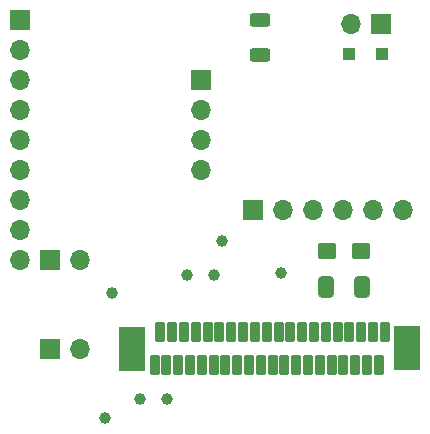
<source format=gbr>
%TF.GenerationSoftware,KiCad,Pcbnew,9.0.0*%
%TF.CreationDate,2025-05-12T14:44:43+01:00*%
%TF.ProjectId,KiCAD_uPicomac3_2,4b694341-445f-4755-9069-636f6d616333,rev?*%
%TF.SameCoordinates,Original*%
%TF.FileFunction,Soldermask,Top*%
%TF.FilePolarity,Negative*%
%FSLAX46Y46*%
G04 Gerber Fmt 4.6, Leading zero omitted, Abs format (unit mm)*
G04 Created by KiCad (PCBNEW 9.0.0) date 2025-05-12 14:44:43*
%MOMM*%
%LPD*%
G01*
G04 APERTURE LIST*
G04 Aperture macros list*
%AMRoundRect*
0 Rectangle with rounded corners*
0 $1 Rounding radius*
0 $2 $3 $4 $5 $6 $7 $8 $9 X,Y pos of 4 corners*
0 Add a 4 corners polygon primitive as box body*
4,1,4,$2,$3,$4,$5,$6,$7,$8,$9,$2,$3,0*
0 Add four circle primitives for the rounded corners*
1,1,$1+$1,$2,$3*
1,1,$1+$1,$4,$5*
1,1,$1+$1,$6,$7*
1,1,$1+$1,$8,$9*
0 Add four rect primitives between the rounded corners*
20,1,$1+$1,$2,$3,$4,$5,0*
20,1,$1+$1,$4,$5,$6,$7,0*
20,1,$1+$1,$6,$7,$8,$9,0*
20,1,$1+$1,$8,$9,$2,$3,0*%
G04 Aperture macros list end*
%ADD10RoundRect,0.102000X0.300000X0.750000X-0.300000X0.750000X-0.300000X-0.750000X0.300000X-0.750000X0*%
%ADD11RoundRect,0.102000X1.000000X1.800000X-1.000000X1.800000X-1.000000X-1.800000X1.000000X-1.800000X0*%
%ADD12C,1.000000*%
%ADD13R,1.700000X1.700000*%
%ADD14O,1.700000X1.700000*%
%ADD15RoundRect,0.250000X-0.537500X-0.425000X0.537500X-0.425000X0.537500X0.425000X-0.537500X0.425000X0*%
%ADD16RoundRect,0.250000X-0.412500X-0.650000X0.412500X-0.650000X0.412500X0.650000X-0.412500X0.650000X0*%
%ADD17RoundRect,0.250000X-0.300000X-0.300000X0.300000X-0.300000X0.300000X0.300000X-0.300000X0.300000X0*%
%ADD18RoundRect,0.250000X-0.625000X0.312500X-0.625000X-0.312500X0.625000X-0.312500X0.625000X0.312500X0*%
G04 APERTURE END LIST*
D10*
%TO.C,J1*%
X114104258Y-80011131D03*
X114604258Y-77211131D03*
X115104258Y-80011131D03*
X115604258Y-77211131D03*
X116104258Y-80011131D03*
X116604258Y-77211131D03*
X117104258Y-80011131D03*
X117604258Y-77211131D03*
X118104258Y-80011131D03*
X118604258Y-77211131D03*
X119104258Y-80011131D03*
X119604258Y-77211131D03*
X120104258Y-80011131D03*
X120604258Y-77211131D03*
X121104258Y-80011131D03*
X121604258Y-77211131D03*
X122104258Y-80011131D03*
X122604258Y-77211131D03*
X123104258Y-80011131D03*
X123604258Y-77211131D03*
X124104258Y-80011131D03*
X124604258Y-77211131D03*
X125104258Y-80011131D03*
X125604258Y-77211131D03*
X126104258Y-80011131D03*
X126604258Y-77211131D03*
X127104258Y-80011131D03*
X127604258Y-77211131D03*
X128104258Y-80011131D03*
X128604258Y-77211131D03*
X129104258Y-80011131D03*
X129604258Y-77211131D03*
X130104258Y-80011131D03*
X130604258Y-77211131D03*
X131104258Y-80011131D03*
X131604258Y-77211131D03*
X132104258Y-80011131D03*
X132604258Y-77211131D03*
X133104258Y-80011131D03*
X133604258Y-77211131D03*
D11*
X112226408Y-78614928D03*
X135456886Y-78610777D03*
%TD*%
D12*
%TO.C,tp1*%
X109940888Y-84474133D03*
%TD*%
D13*
%TO.C,J6*%
X118005000Y-55890000D03*
D14*
X118005000Y-58430000D03*
X118005000Y-60970000D03*
X118005000Y-63510000D03*
%TD*%
D15*
%TO.C,C1*%
X128705779Y-70325603D03*
X131580779Y-70325603D03*
%TD*%
D16*
%TO.C,C2*%
X128585779Y-73440603D03*
X131710779Y-73440603D03*
%TD*%
D12*
%TO.C,tp6*%
X116880370Y-72385168D03*
%TD*%
D13*
%TO.C,J2*%
X122416803Y-66904054D03*
D14*
X124956803Y-66904054D03*
X127496803Y-66904054D03*
X130036803Y-66904054D03*
X132576803Y-66904054D03*
X135116803Y-66904054D03*
%TD*%
D13*
%TO.C,J3*%
X102740000Y-50800000D03*
D14*
X102740000Y-53340000D03*
X102740000Y-55880000D03*
X102740000Y-58420000D03*
X102740000Y-60960000D03*
X102740000Y-63500000D03*
X102740000Y-66040000D03*
X102740000Y-68580000D03*
X102740000Y-71120000D03*
%TD*%
D12*
%TO.C,tp8*%
X119822522Y-69500745D03*
%TD*%
D17*
%TO.C,D1*%
X130550000Y-53710000D03*
X133350000Y-53710000D03*
%TD*%
D12*
%TO.C,tp7*%
X112900000Y-82920000D03*
%TD*%
%TO.C,tp5*%
X115146730Y-82900163D03*
%TD*%
%TO.C,tp4*%
X119131865Y-72385168D03*
%TD*%
D13*
%TO.C,J4*%
X105280000Y-71130549D03*
D14*
X107820000Y-71130549D03*
%TD*%
D12*
%TO.C,tp3*%
X110496622Y-73883910D03*
%TD*%
%TO.C,tp2*%
X124811187Y-72201792D03*
%TD*%
D18*
%TO.C,R1*%
X123060000Y-50816274D03*
X123060000Y-53741274D03*
%TD*%
D13*
%TO.C,J9*%
X133266726Y-51179301D03*
D14*
X130726726Y-51179301D03*
%TD*%
D13*
%TO.C,J7*%
X105290735Y-78664243D03*
D14*
X107830735Y-78664243D03*
%TD*%
M02*

</source>
